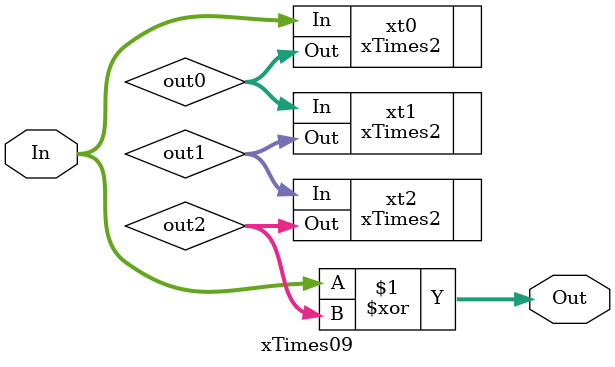
<source format=v>
module InvMixColumns(
   input [31:0]In,
   output [31:0]Out
);

	wire [7:0]out0,out1,out2,out3,out4,out5,out6,out7;
	wire [7:0]out8,out9,out10,out11,out12,out13,out14,out15;
	
	xTimes0e x0(.In(In[31:24]),.Out(out0));
	xTimes0b x1(.In(In[23:16]),.Out(out1));
	xTimes0d x2(.In(In[15:8]),.Out(out2));
	xTimes09 x3(.In(In[7:0]),.Out(out3));
	assign Out[31:24]=out0 ^ out1 ^ out2 ^ out3;
	
	xTimes09 x4(.In(In[31:24]),.Out(out4));
	xTimes0e x5(.In(In[23:16]),.Out(out5));
	xTimes0b x6(.In(In[15:8]),.Out(out6));
	xTimes0d x7(.In(In[7:0]),.Out(out7));
	assign Out[23:16]=out4 ^ out5 ^ out6 ^ out7;
	
	xTimes0d x8(.In(In[31:24]),.Out(out8));
	xTimes09 x9(.In(In[23:16]),.Out(out9));
	xTimes0e x10(.In(In[15:8]),.Out(out10));
	xTimes0b x11(.In(In[7:0]),.Out(out11));
	assign Out[15:8]=out8 ^ out9 ^ out10 ^ out11;
	
	xTimes0b x12(.In(In[31:24]),.Out(out12));
	xTimes0d x13(.In(In[23:16]),.Out(out13));
	xTimes09 x14(.In(In[15:8]),.Out(out14));
	xTimes0e x15(.In(In[7:0]),.Out(out15));
	assign Out[7:0]=out12 ^ out13 ^ out14 ^ out15;
	

endmodule

module xTimes0e(
	input [7:0]In,
	output [7:0]Out
);
	wire [7:0]out0,out1,out2;
	xTimes2 xt0(.In(In),.Out(out0));
	xTimes2 xt1(.In(out0),.Out(out1));
	xTimes2 xt2(.In(out1),.Out(out2));
	assign Out=out0 ^ out1 ^ out2;
endmodule

module xTimes0b(
	input [7:0]In,
	output [7:0]Out
);
	wire [7:0]out0,out1,out2;
	xTimes2 xt0(.In(In),.Out(out0));
	xTimes2 xt1(.In(out0),.Out(out1));
	xTimes2 xt2(.In(out1),.Out(out2));
	assign Out=In ^ out0 ^ out2;
endmodule

module xTimes0d(
	input [7:0]In,
	output [7:0]Out
);
	wire [7:0]out0,out1,out2;
	xTimes2 xt0(.In(In),.Out(out0));
	xTimes2 xt1(.In(out0),.Out(out1));
	xTimes2 xt2(.In(out1),.Out(out2));
	assign Out=In ^ out1 ^ out2;
endmodule

module xTimes09(
	input [7:0]In,
	output [7:0]Out
);
	wire [7:0]out0,out1,out2;
	xTimes2 xt0(.In(In),.Out(out0));
	xTimes2 xt1(.In(out0),.Out(out1));
	xTimes2 xt2(.In(out1),.Out(out2));
	assign Out=In ^ out2;
endmodule
</source>
